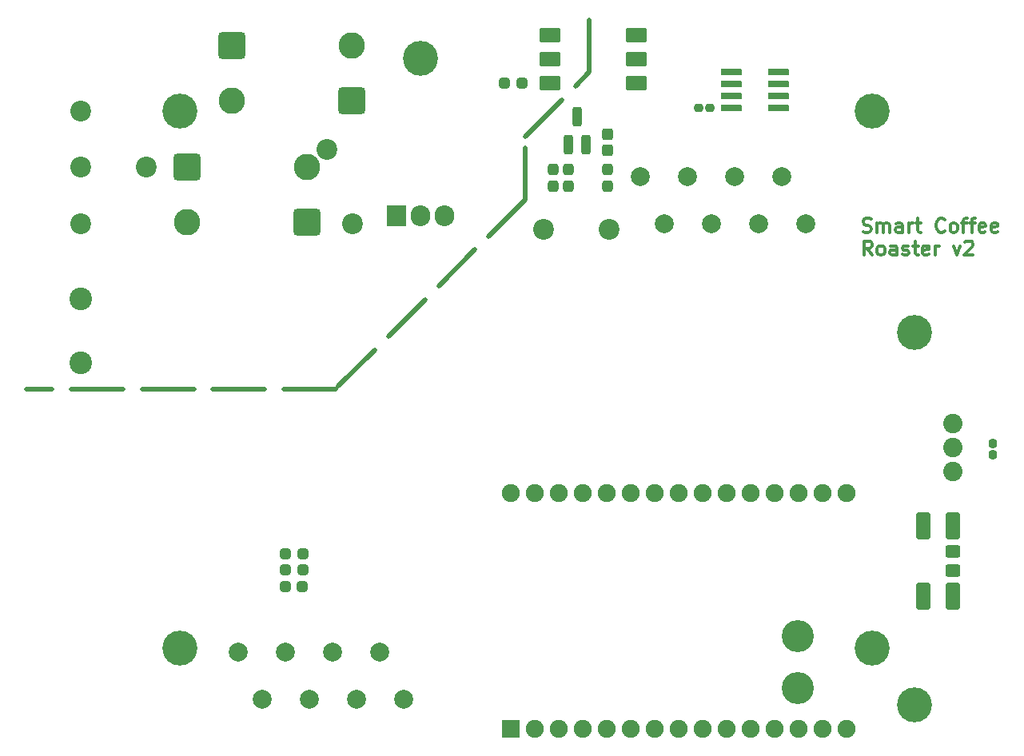
<source format=gts>
%TF.GenerationSoftware,KiCad,Pcbnew,9.0.0*%
%TF.CreationDate,2025-10-31T12:42:59+01:00*%
%TF.ProjectId,popcorn_roaster,706f7063-6f72-46e5-9f72-6f6173746572,rev?*%
%TF.SameCoordinates,Original*%
%TF.FileFunction,Soldermask,Top*%
%TF.FilePolarity,Negative*%
%FSLAX46Y46*%
G04 Gerber Fmt 4.6, Leading zero omitted, Abs format (unit mm)*
G04 Created by KiCad (PCBNEW 9.0.0) date 2025-10-31 12:42:59*
%MOMM*%
%LPD*%
G01*
G04 APERTURE LIST*
G04 Aperture macros list*
%AMRoundRect*
0 Rectangle with rounded corners*
0 $1 Rounding radius*
0 $2 $3 $4 $5 $6 $7 $8 $9 X,Y pos of 4 corners*
0 Add a 4 corners polygon primitive as box body*
4,1,4,$2,$3,$4,$5,$6,$7,$8,$9,$2,$3,0*
0 Add four circle primitives for the rounded corners*
1,1,$1+$1,$2,$3*
1,1,$1+$1,$4,$5*
1,1,$1+$1,$6,$7*
1,1,$1+$1,$8,$9*
0 Add four rect primitives between the rounded corners*
20,1,$1+$1,$2,$3,$4,$5,0*
20,1,$1+$1,$4,$5,$6,$7,0*
20,1,$1+$1,$6,$7,$8,$9,0*
20,1,$1+$1,$8,$9,$2,$3,0*%
G04 Aperture macros list end*
%ADD10C,0.500000*%
%ADD11C,0.300000*%
%ADD12RoundRect,0.269231X1.130769X1.130769X-1.130769X1.130769X-1.130769X-1.130769X1.130769X-1.130769X0*%
%ADD13C,2.800000*%
%ADD14RoundRect,0.287500X0.287500X-0.300000X0.287500X0.300000X-0.287500X0.300000X-0.287500X-0.300000X0*%
%ADD15C,2.200000*%
%ADD16RoundRect,0.287735X0.474765X1.162265X-0.474765X1.162265X-0.474765X-1.162265X0.474765X-1.162265X0*%
%ADD17RoundRect,0.287500X0.300000X0.287500X-0.300000X0.287500X-0.300000X-0.287500X0.300000X-0.287500X0*%
%ADD18RoundRect,0.269231X-1.130769X-1.130769X1.130769X-1.130769X1.130769X1.130769X-1.130769X1.130769X0*%
%ADD19C,3.700000*%
%ADD20RoundRect,0.205000X-0.262500X-0.205000X0.262500X-0.205000X0.262500X0.205000X-0.262500X0.205000X0*%
%ADD21RoundRect,0.293478X0.506522X-0.381522X0.506522X0.381522X-0.506522X0.381522X-0.506522X-0.381522X0*%
%ADD22RoundRect,0.205000X0.205000X-0.262500X0.205000X0.262500X-0.205000X0.262500X-0.205000X-0.262500X0*%
%ADD23RoundRect,0.100000X-0.952500X-1.000000X0.952500X-1.000000X0.952500X1.000000X-0.952500X1.000000X0*%
%ADD24O,2.105000X2.200000*%
%ADD25RoundRect,0.287500X-0.287500X0.337500X-0.287500X-0.337500X0.287500X-0.337500X0.287500X0.337500X0*%
%ADD26RoundRect,0.250000X0.250000X-0.800000X0.250000X0.800000X-0.250000X0.800000X-0.250000X-0.800000X0*%
%ADD27C,2.400000*%
%ADD28C,3.400000*%
%ADD29C,2.000000*%
%ADD30RoundRect,0.100000X-0.990000X-0.265000X0.990000X-0.265000X0.990000X0.265000X-0.990000X0.265000X0*%
%ADD31C,2.050000*%
%ADD32RoundRect,0.100000X0.850000X-0.850000X0.850000X0.850000X-0.850000X0.850000X-0.850000X-0.850000X0*%
%ADD33C,1.900000*%
%ADD34RoundRect,0.100000X0.972299X0.672700X-0.972299X0.672700X-0.972299X-0.672700X0.972299X-0.672700X0*%
G04 APERTURE END LIST*
D10*
X52800000Y-13200000D02*
X56689087Y-9310913D01*
X58103301Y-7896699D02*
X59600000Y-6400000D01*
X52800000Y-19900000D02*
X48910913Y-23789087D01*
X47496699Y-25203301D02*
X43607612Y-29092388D01*
X42193398Y-30506602D02*
X38304311Y-34395689D01*
X36890097Y-35809903D02*
X33001010Y-39698990D01*
X52800000Y-19900000D02*
X52800000Y-14400000D01*
X32700000Y-40000000D02*
X27200000Y-40000000D01*
X25200000Y-40000000D02*
X19700000Y-40000000D01*
X17700000Y-40000000D02*
X12200000Y-40000000D01*
X10200000Y-40000000D02*
X4700000Y-40000000D01*
X2700000Y-40000000D02*
X0Y-40000000D01*
X59600000Y-6400000D02*
X59600000Y-900000D01*
D11*
X88583082Y-23314484D02*
X88797368Y-23385912D01*
X88797368Y-23385912D02*
X89154510Y-23385912D01*
X89154510Y-23385912D02*
X89297368Y-23314484D01*
X89297368Y-23314484D02*
X89368796Y-23243055D01*
X89368796Y-23243055D02*
X89440225Y-23100198D01*
X89440225Y-23100198D02*
X89440225Y-22957341D01*
X89440225Y-22957341D02*
X89368796Y-22814484D01*
X89368796Y-22814484D02*
X89297368Y-22743055D01*
X89297368Y-22743055D02*
X89154510Y-22671626D01*
X89154510Y-22671626D02*
X88868796Y-22600198D01*
X88868796Y-22600198D02*
X88725939Y-22528769D01*
X88725939Y-22528769D02*
X88654510Y-22457341D01*
X88654510Y-22457341D02*
X88583082Y-22314484D01*
X88583082Y-22314484D02*
X88583082Y-22171626D01*
X88583082Y-22171626D02*
X88654510Y-22028769D01*
X88654510Y-22028769D02*
X88725939Y-21957341D01*
X88725939Y-21957341D02*
X88868796Y-21885912D01*
X88868796Y-21885912D02*
X89225939Y-21885912D01*
X89225939Y-21885912D02*
X89440225Y-21957341D01*
X90083081Y-23385912D02*
X90083081Y-22385912D01*
X90083081Y-22528769D02*
X90154510Y-22457341D01*
X90154510Y-22457341D02*
X90297367Y-22385912D01*
X90297367Y-22385912D02*
X90511653Y-22385912D01*
X90511653Y-22385912D02*
X90654510Y-22457341D01*
X90654510Y-22457341D02*
X90725939Y-22600198D01*
X90725939Y-22600198D02*
X90725939Y-23385912D01*
X90725939Y-22600198D02*
X90797367Y-22457341D01*
X90797367Y-22457341D02*
X90940224Y-22385912D01*
X90940224Y-22385912D02*
X91154510Y-22385912D01*
X91154510Y-22385912D02*
X91297367Y-22457341D01*
X91297367Y-22457341D02*
X91368796Y-22600198D01*
X91368796Y-22600198D02*
X91368796Y-23385912D01*
X92725939Y-23385912D02*
X92725939Y-22600198D01*
X92725939Y-22600198D02*
X92654510Y-22457341D01*
X92654510Y-22457341D02*
X92511653Y-22385912D01*
X92511653Y-22385912D02*
X92225939Y-22385912D01*
X92225939Y-22385912D02*
X92083081Y-22457341D01*
X92725939Y-23314484D02*
X92583081Y-23385912D01*
X92583081Y-23385912D02*
X92225939Y-23385912D01*
X92225939Y-23385912D02*
X92083081Y-23314484D01*
X92083081Y-23314484D02*
X92011653Y-23171626D01*
X92011653Y-23171626D02*
X92011653Y-23028769D01*
X92011653Y-23028769D02*
X92083081Y-22885912D01*
X92083081Y-22885912D02*
X92225939Y-22814484D01*
X92225939Y-22814484D02*
X92583081Y-22814484D01*
X92583081Y-22814484D02*
X92725939Y-22743055D01*
X93440224Y-23385912D02*
X93440224Y-22385912D01*
X93440224Y-22671626D02*
X93511653Y-22528769D01*
X93511653Y-22528769D02*
X93583082Y-22457341D01*
X93583082Y-22457341D02*
X93725939Y-22385912D01*
X93725939Y-22385912D02*
X93868796Y-22385912D01*
X94154510Y-22385912D02*
X94725938Y-22385912D01*
X94368795Y-21885912D02*
X94368795Y-23171626D01*
X94368795Y-23171626D02*
X94440224Y-23314484D01*
X94440224Y-23314484D02*
X94583081Y-23385912D01*
X94583081Y-23385912D02*
X94725938Y-23385912D01*
X97225938Y-23243055D02*
X97154510Y-23314484D01*
X97154510Y-23314484D02*
X96940224Y-23385912D01*
X96940224Y-23385912D02*
X96797367Y-23385912D01*
X96797367Y-23385912D02*
X96583081Y-23314484D01*
X96583081Y-23314484D02*
X96440224Y-23171626D01*
X96440224Y-23171626D02*
X96368795Y-23028769D01*
X96368795Y-23028769D02*
X96297367Y-22743055D01*
X96297367Y-22743055D02*
X96297367Y-22528769D01*
X96297367Y-22528769D02*
X96368795Y-22243055D01*
X96368795Y-22243055D02*
X96440224Y-22100198D01*
X96440224Y-22100198D02*
X96583081Y-21957341D01*
X96583081Y-21957341D02*
X96797367Y-21885912D01*
X96797367Y-21885912D02*
X96940224Y-21885912D01*
X96940224Y-21885912D02*
X97154510Y-21957341D01*
X97154510Y-21957341D02*
X97225938Y-22028769D01*
X98083081Y-23385912D02*
X97940224Y-23314484D01*
X97940224Y-23314484D02*
X97868795Y-23243055D01*
X97868795Y-23243055D02*
X97797367Y-23100198D01*
X97797367Y-23100198D02*
X97797367Y-22671626D01*
X97797367Y-22671626D02*
X97868795Y-22528769D01*
X97868795Y-22528769D02*
X97940224Y-22457341D01*
X97940224Y-22457341D02*
X98083081Y-22385912D01*
X98083081Y-22385912D02*
X98297367Y-22385912D01*
X98297367Y-22385912D02*
X98440224Y-22457341D01*
X98440224Y-22457341D02*
X98511653Y-22528769D01*
X98511653Y-22528769D02*
X98583081Y-22671626D01*
X98583081Y-22671626D02*
X98583081Y-23100198D01*
X98583081Y-23100198D02*
X98511653Y-23243055D01*
X98511653Y-23243055D02*
X98440224Y-23314484D01*
X98440224Y-23314484D02*
X98297367Y-23385912D01*
X98297367Y-23385912D02*
X98083081Y-23385912D01*
X99011653Y-22385912D02*
X99583081Y-22385912D01*
X99225938Y-23385912D02*
X99225938Y-22100198D01*
X99225938Y-22100198D02*
X99297367Y-21957341D01*
X99297367Y-21957341D02*
X99440224Y-21885912D01*
X99440224Y-21885912D02*
X99583081Y-21885912D01*
X99868796Y-22385912D02*
X100440224Y-22385912D01*
X100083081Y-23385912D02*
X100083081Y-22100198D01*
X100083081Y-22100198D02*
X100154510Y-21957341D01*
X100154510Y-21957341D02*
X100297367Y-21885912D01*
X100297367Y-21885912D02*
X100440224Y-21885912D01*
X101511653Y-23314484D02*
X101368796Y-23385912D01*
X101368796Y-23385912D02*
X101083082Y-23385912D01*
X101083082Y-23385912D02*
X100940224Y-23314484D01*
X100940224Y-23314484D02*
X100868796Y-23171626D01*
X100868796Y-23171626D02*
X100868796Y-22600198D01*
X100868796Y-22600198D02*
X100940224Y-22457341D01*
X100940224Y-22457341D02*
X101083082Y-22385912D01*
X101083082Y-22385912D02*
X101368796Y-22385912D01*
X101368796Y-22385912D02*
X101511653Y-22457341D01*
X101511653Y-22457341D02*
X101583082Y-22600198D01*
X101583082Y-22600198D02*
X101583082Y-22743055D01*
X101583082Y-22743055D02*
X100868796Y-22885912D01*
X102797367Y-23314484D02*
X102654510Y-23385912D01*
X102654510Y-23385912D02*
X102368796Y-23385912D01*
X102368796Y-23385912D02*
X102225938Y-23314484D01*
X102225938Y-23314484D02*
X102154510Y-23171626D01*
X102154510Y-23171626D02*
X102154510Y-22600198D01*
X102154510Y-22600198D02*
X102225938Y-22457341D01*
X102225938Y-22457341D02*
X102368796Y-22385912D01*
X102368796Y-22385912D02*
X102654510Y-22385912D01*
X102654510Y-22385912D02*
X102797367Y-22457341D01*
X102797367Y-22457341D02*
X102868796Y-22600198D01*
X102868796Y-22600198D02*
X102868796Y-22743055D01*
X102868796Y-22743055D02*
X102154510Y-22885912D01*
X89511653Y-25800828D02*
X89011653Y-25086542D01*
X88654510Y-25800828D02*
X88654510Y-24300828D01*
X88654510Y-24300828D02*
X89225939Y-24300828D01*
X89225939Y-24300828D02*
X89368796Y-24372257D01*
X89368796Y-24372257D02*
X89440225Y-24443685D01*
X89440225Y-24443685D02*
X89511653Y-24586542D01*
X89511653Y-24586542D02*
X89511653Y-24800828D01*
X89511653Y-24800828D02*
X89440225Y-24943685D01*
X89440225Y-24943685D02*
X89368796Y-25015114D01*
X89368796Y-25015114D02*
X89225939Y-25086542D01*
X89225939Y-25086542D02*
X88654510Y-25086542D01*
X90368796Y-25800828D02*
X90225939Y-25729400D01*
X90225939Y-25729400D02*
X90154510Y-25657971D01*
X90154510Y-25657971D02*
X90083082Y-25515114D01*
X90083082Y-25515114D02*
X90083082Y-25086542D01*
X90083082Y-25086542D02*
X90154510Y-24943685D01*
X90154510Y-24943685D02*
X90225939Y-24872257D01*
X90225939Y-24872257D02*
X90368796Y-24800828D01*
X90368796Y-24800828D02*
X90583082Y-24800828D01*
X90583082Y-24800828D02*
X90725939Y-24872257D01*
X90725939Y-24872257D02*
X90797368Y-24943685D01*
X90797368Y-24943685D02*
X90868796Y-25086542D01*
X90868796Y-25086542D02*
X90868796Y-25515114D01*
X90868796Y-25515114D02*
X90797368Y-25657971D01*
X90797368Y-25657971D02*
X90725939Y-25729400D01*
X90725939Y-25729400D02*
X90583082Y-25800828D01*
X90583082Y-25800828D02*
X90368796Y-25800828D01*
X92154511Y-25800828D02*
X92154511Y-25015114D01*
X92154511Y-25015114D02*
X92083082Y-24872257D01*
X92083082Y-24872257D02*
X91940225Y-24800828D01*
X91940225Y-24800828D02*
X91654511Y-24800828D01*
X91654511Y-24800828D02*
X91511653Y-24872257D01*
X92154511Y-25729400D02*
X92011653Y-25800828D01*
X92011653Y-25800828D02*
X91654511Y-25800828D01*
X91654511Y-25800828D02*
X91511653Y-25729400D01*
X91511653Y-25729400D02*
X91440225Y-25586542D01*
X91440225Y-25586542D02*
X91440225Y-25443685D01*
X91440225Y-25443685D02*
X91511653Y-25300828D01*
X91511653Y-25300828D02*
X91654511Y-25229400D01*
X91654511Y-25229400D02*
X92011653Y-25229400D01*
X92011653Y-25229400D02*
X92154511Y-25157971D01*
X92797368Y-25729400D02*
X92940225Y-25800828D01*
X92940225Y-25800828D02*
X93225939Y-25800828D01*
X93225939Y-25800828D02*
X93368796Y-25729400D01*
X93368796Y-25729400D02*
X93440225Y-25586542D01*
X93440225Y-25586542D02*
X93440225Y-25515114D01*
X93440225Y-25515114D02*
X93368796Y-25372257D01*
X93368796Y-25372257D02*
X93225939Y-25300828D01*
X93225939Y-25300828D02*
X93011654Y-25300828D01*
X93011654Y-25300828D02*
X92868796Y-25229400D01*
X92868796Y-25229400D02*
X92797368Y-25086542D01*
X92797368Y-25086542D02*
X92797368Y-25015114D01*
X92797368Y-25015114D02*
X92868796Y-24872257D01*
X92868796Y-24872257D02*
X93011654Y-24800828D01*
X93011654Y-24800828D02*
X93225939Y-24800828D01*
X93225939Y-24800828D02*
X93368796Y-24872257D01*
X93868797Y-24800828D02*
X94440225Y-24800828D01*
X94083082Y-24300828D02*
X94083082Y-25586542D01*
X94083082Y-25586542D02*
X94154511Y-25729400D01*
X94154511Y-25729400D02*
X94297368Y-25800828D01*
X94297368Y-25800828D02*
X94440225Y-25800828D01*
X95511654Y-25729400D02*
X95368797Y-25800828D01*
X95368797Y-25800828D02*
X95083083Y-25800828D01*
X95083083Y-25800828D02*
X94940225Y-25729400D01*
X94940225Y-25729400D02*
X94868797Y-25586542D01*
X94868797Y-25586542D02*
X94868797Y-25015114D01*
X94868797Y-25015114D02*
X94940225Y-24872257D01*
X94940225Y-24872257D02*
X95083083Y-24800828D01*
X95083083Y-24800828D02*
X95368797Y-24800828D01*
X95368797Y-24800828D02*
X95511654Y-24872257D01*
X95511654Y-24872257D02*
X95583083Y-25015114D01*
X95583083Y-25015114D02*
X95583083Y-25157971D01*
X95583083Y-25157971D02*
X94868797Y-25300828D01*
X96225939Y-25800828D02*
X96225939Y-24800828D01*
X96225939Y-25086542D02*
X96297368Y-24943685D01*
X96297368Y-24943685D02*
X96368797Y-24872257D01*
X96368797Y-24872257D02*
X96511654Y-24800828D01*
X96511654Y-24800828D02*
X96654511Y-24800828D01*
X98154510Y-24800828D02*
X98511653Y-25800828D01*
X98511653Y-25800828D02*
X98868796Y-24800828D01*
X99368796Y-24443685D02*
X99440224Y-24372257D01*
X99440224Y-24372257D02*
X99583082Y-24300828D01*
X99583082Y-24300828D02*
X99940224Y-24300828D01*
X99940224Y-24300828D02*
X100083082Y-24372257D01*
X100083082Y-24372257D02*
X100154510Y-24443685D01*
X100154510Y-24443685D02*
X100225939Y-24586542D01*
X100225939Y-24586542D02*
X100225939Y-24729400D01*
X100225939Y-24729400D02*
X100154510Y-24943685D01*
X100154510Y-24943685D02*
X99297367Y-25800828D01*
X99297367Y-25800828D02*
X100225939Y-25800828D01*
D12*
%TO.C,D11*%
X29650000Y-22300000D03*
D13*
X16950000Y-22300000D03*
%TD*%
D14*
%TO.C,R8*%
X61550000Y-18525000D03*
X61550000Y-16700000D03*
%TD*%
D15*
%TO.C,TP1*%
X5700000Y-16500000D03*
%TD*%
D16*
%TO.C,C5*%
X98100000Y-54500000D03*
X94975000Y-54500000D03*
%TD*%
D17*
%TO.C,R10*%
X29225000Y-59150000D03*
X27400000Y-59150000D03*
%TD*%
D14*
%TO.C,R6*%
X57350000Y-18525000D03*
X57350000Y-16700000D03*
%TD*%
D18*
%TO.C,D8*%
X21700000Y-3600000D03*
D13*
X34400000Y-3600000D03*
%TD*%
D19*
%TO.C,H5*%
X94000000Y-34000000D03*
%TD*%
D16*
%TO.C,C6*%
X98100000Y-61900000D03*
X94975000Y-61900000D03*
%TD*%
D20*
%TO.C,C8*%
X71200000Y-10200000D03*
X72335000Y-10200000D03*
%TD*%
D21*
%TO.C,L5*%
X98100000Y-59200000D03*
X98100000Y-57150000D03*
%TD*%
D22*
%TO.C,C7*%
X102300000Y-46900000D03*
X102300000Y-45765000D03*
%TD*%
D19*
%TO.C,D6*%
X41700000Y-4970000D03*
D23*
X39160000Y-21630000D03*
D24*
X41700000Y-21630000D03*
X44240000Y-21630000D03*
%TD*%
D19*
%TO.C,H4*%
X16250000Y-67400000D03*
%TD*%
D15*
%TO.C,TP5*%
X5700000Y-22500000D03*
%TD*%
%TO.C,TP2*%
X5700000Y-10500000D03*
%TD*%
D25*
%TO.C,D7*%
X61550000Y-12950000D03*
X61550000Y-14700000D03*
%TD*%
D26*
%TO.C,Q1*%
X57350000Y-14100000D03*
X59250000Y-14100000D03*
X58300000Y-11100000D03*
%TD*%
D15*
%TO.C,TP4*%
X54700000Y-23100000D03*
%TD*%
D19*
%TO.C,H1*%
X16250000Y-10500000D03*
%TD*%
D27*
%TO.C,U2*%
X5700000Y-30450000D03*
X5700000Y-37200000D03*
D28*
X81700000Y-71700000D03*
X81700000Y-66200000D03*
%TD*%
D17*
%TO.C,R7*%
X52425000Y-7600000D03*
X50600000Y-7600000D03*
%TD*%
D29*
%TO.C,J4*%
X65000000Y-17500000D03*
X67500000Y-22500000D03*
X70000000Y-17500000D03*
X72500000Y-22500000D03*
X75000000Y-17500000D03*
X77500000Y-22500000D03*
X80000000Y-17500000D03*
X82500000Y-22500000D03*
%TD*%
D30*
%TO.C,U4*%
X74670000Y-6390000D03*
X74670000Y-7660000D03*
X74670000Y-8930000D03*
X74670000Y-10200000D03*
X79600000Y-10200000D03*
X79600000Y-8930000D03*
X79600000Y-7660000D03*
X79600000Y-6390000D03*
%TD*%
D15*
%TO.C,TP3*%
X61700000Y-23100000D03*
%TD*%
D19*
%TO.C,H2*%
X89550000Y-10500000D03*
%TD*%
D12*
%TO.C,D9*%
X34400000Y-9400000D03*
D13*
X21700000Y-9400000D03*
%TD*%
D29*
%TO.C,J3*%
X22400000Y-67850000D03*
X24900000Y-72850000D03*
X27400000Y-67850000D03*
X29900000Y-72850000D03*
X32400000Y-67850000D03*
X34900000Y-72850000D03*
X37400000Y-67850000D03*
X39900000Y-72850000D03*
%TD*%
D19*
%TO.C,H6*%
X94000000Y-73400000D03*
%TD*%
D15*
%TO.C,TP8*%
X31800000Y-14600000D03*
%TD*%
D31*
%TO.C,U1*%
X98075000Y-48740000D03*
X98075000Y-46200000D03*
X98075000Y-43660000D03*
%TD*%
D15*
%TO.C,TP6*%
X12700000Y-16500000D03*
%TD*%
D32*
%TO.C,U5*%
X51250000Y-76000000D03*
D33*
X53790000Y-76000000D03*
X56330000Y-76000000D03*
X58870000Y-76000000D03*
X61410000Y-76000000D03*
X63950000Y-76000000D03*
X66490000Y-76000000D03*
X69030000Y-76000000D03*
X71570000Y-76000000D03*
X74110000Y-76000000D03*
X76650000Y-76000000D03*
X79190000Y-76000000D03*
X81730000Y-76000000D03*
X84270000Y-76000000D03*
X86810000Y-76000000D03*
X86810000Y-51000000D03*
X84270000Y-51000000D03*
X81730000Y-51000000D03*
X79190000Y-51000000D03*
X76650000Y-51000000D03*
X74110000Y-51000000D03*
X71570000Y-51000000D03*
X69030000Y-51000000D03*
X66490000Y-51000000D03*
X63950000Y-51000000D03*
X61410000Y-51000000D03*
X58870000Y-51000000D03*
X56330000Y-51000000D03*
X53790000Y-51000000D03*
X51250000Y-51000000D03*
%TD*%
D14*
%TO.C,R5*%
X55750000Y-18500000D03*
X55750000Y-16675000D03*
%TD*%
D19*
%TO.C,H3*%
X89550000Y-67400000D03*
%TD*%
D15*
%TO.C,TP7*%
X34500000Y-22500000D03*
%TD*%
D17*
%TO.C,R11*%
X29225000Y-57400000D03*
X27400000Y-57400000D03*
%TD*%
%TO.C,R9*%
X29200000Y-60900000D03*
X27375000Y-60900000D03*
%TD*%
D34*
%TO.C,U3*%
X64600000Y-7540000D03*
X64600000Y-5000000D03*
X64600000Y-2460000D03*
X55379800Y-2460000D03*
X55379800Y-5000000D03*
X55379800Y-7540000D03*
%TD*%
D18*
%TO.C,D10*%
X16950000Y-16500000D03*
D13*
X29650000Y-16500000D03*
%TD*%
M02*

</source>
